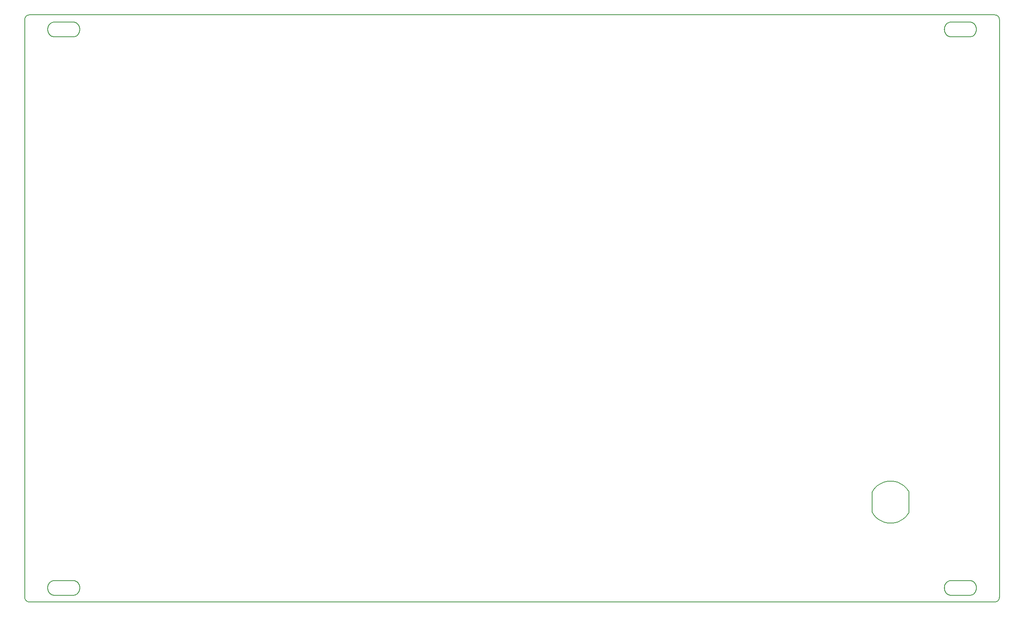
<source format=gbr>
G04 DipTrace 3.3.1.1*
G04 BoardOutline.gbr*
%MOIN*%
G04 #@! TF.FileFunction,Profile*
G04 #@! TF.Part,Single*
%ADD11C,0.005512*%
%FSLAX26Y26*%
G04*
G70*
G90*
G75*
G01*
G04 BoardOutline*
%LPD*%
X-8346457Y1D2*
D11*
X-39370D1*
G03X0Y39371I-1J39371D01*
G01*
Y5019686D1*
G03X-39370Y5059056I-39371J-1D01*
G01*
X-8346457D1*
G03X-8385827Y5019686I1J-39371D01*
G01*
Y39371D1*
G03X-8346457Y1I39371J1D01*
G01*
X-7912293Y121398D2*
X-7912387Y117675D1*
X-7912667Y114007D1*
X-7913127Y110400D1*
X-7913762Y106864D1*
X-7914568Y103402D1*
X-7915538Y100021D1*
X-7916668Y96726D1*
X-7917953Y93524D1*
X-7919386Y90421D1*
X-7920965Y87424D1*
X-7922681Y84538D1*
X-7924531Y81769D1*
X-7926510Y79123D1*
X-7928613Y76608D1*
X-7930833Y74227D1*
X-7933167Y71990D1*
X-7935609Y69899D1*
X-7938154Y67962D1*
X-7940795Y66186D1*
X-7943529Y64576D1*
X-7946350Y63138D1*
X-7949253Y61878D1*
X-7952234Y60803D1*
X-7955285Y59920D1*
X-7958403Y59232D1*
X-7961583Y58748D1*
X-7963734Y58541D1*
X-7965908Y58428D1*
X-8134265D1*
X-8136440Y58541D1*
X-8138591Y58748D1*
X-8141770Y59232D1*
X-8144888Y59920D1*
X-8147941Y60803D1*
X-8150921Y61878D1*
X-8153824Y63138D1*
X-8156646Y64576D1*
X-8159379Y66186D1*
X-8162022Y67962D1*
X-8164566Y69899D1*
X-8167008Y71990D1*
X-8169341Y74227D1*
X-8171562Y76608D1*
X-8173664Y79123D1*
X-8175643Y81769D1*
X-8177495Y84538D1*
X-8179211Y87424D1*
X-8180789Y90421D1*
X-8182222Y93524D1*
X-8183507Y96726D1*
X-8184636Y100021D1*
X-8185606Y103402D1*
X-8186412Y106864D1*
X-8187049Y110400D1*
X-8187508Y114007D1*
X-8188976Y122047D1*
X-8187883Y121398D1*
X-8187789Y125122D1*
X-8187508Y128790D1*
X-8187049Y132395D1*
X-8186412Y135932D1*
X-8185606Y139394D1*
X-8184636Y142776D1*
X-8183507Y146070D1*
X-8182222Y149272D1*
X-8180789Y152374D1*
X-8179211Y155371D1*
X-8177495Y158259D1*
X-8175643Y161028D1*
X-8173664Y163672D1*
X-8171562Y166188D1*
X-8169341Y168568D1*
X-8167008Y170807D1*
X-8164566Y172898D1*
X-8162022Y174833D1*
X-8159379Y176610D1*
X-8156646Y178220D1*
X-8153824Y179657D1*
X-8150921Y180917D1*
X-8147941Y181992D1*
X-8144888Y182877D1*
X-8141770Y183564D1*
X-8138591Y184049D1*
X-8136440Y184256D1*
X-8134265Y184369D1*
X-7965908D1*
X-7963734Y184256D1*
X-7961583Y184049D1*
X-7958403Y183564D1*
X-7955285Y182877D1*
X-7952234Y181992D1*
X-7949253Y180917D1*
X-7946350Y179657D1*
X-7943529Y178220D1*
X-7940795Y176610D1*
X-7938154Y174833D1*
X-7935609Y172898D1*
X-7933167Y170807D1*
X-7930833Y168568D1*
X-7928613Y166188D1*
X-7926510Y163672D1*
X-7924531Y161028D1*
X-7922681Y158259D1*
X-7920965Y155371D1*
X-7919386Y152374D1*
X-7917953Y149272D1*
X-7916668Y146070D1*
X-7915538Y142776D1*
X-7914568Y139394D1*
X-7913762Y135932D1*
X-7913127Y132395D1*
X-7912667Y128790D1*
X-7912387Y125122D1*
X-7912293Y121398D1*
Y4933755D2*
X-7912387Y4930030D1*
X-7912667Y4926362D1*
X-7913127Y4922757D1*
X-7913762Y4919220D1*
X-7914568Y4915759D1*
X-7915538Y4912377D1*
X-7916668Y4909081D1*
X-7917953Y4905881D1*
X-7919386Y4902778D1*
X-7920965Y4899780D1*
X-7922681Y4896894D1*
X-7924531Y4894125D1*
X-7926510Y4891480D1*
X-7928613Y4888963D1*
X-7930833Y4886584D1*
X-7933167Y4884345D1*
X-7935609Y4882255D1*
X-7938154Y4880319D1*
X-7940795Y4878542D1*
X-7943529Y4876932D1*
X-7946350Y4875495D1*
X-7949253Y4874235D1*
X-7952234Y4873160D1*
X-7955285Y4872276D1*
X-7958403Y4871588D1*
X-7961583Y4871104D1*
X-7963734Y4870896D1*
X-7965908Y4870783D1*
X-8134265D1*
X-8136440Y4870896D1*
X-8138591Y4871104D1*
X-8141770Y4871588D1*
X-8144888Y4872276D1*
X-8147941Y4873160D1*
X-8150921Y4874235D1*
X-8153824Y4875495D1*
X-8156646Y4876932D1*
X-8159379Y4878542D1*
X-8162022Y4880319D1*
X-8164566Y4882255D1*
X-8167008Y4884345D1*
X-8169341Y4886584D1*
X-8171562Y4888963D1*
X-8173664Y4891480D1*
X-8175643Y4894125D1*
X-8177495Y4896894D1*
X-8179211Y4899780D1*
X-8180789Y4902778D1*
X-8182222Y4905881D1*
X-8183507Y4909081D1*
X-8184636Y4912377D1*
X-8185606Y4915759D1*
X-8186412Y4919220D1*
X-8187049Y4922757D1*
X-8187508Y4926362D1*
X-8187789Y4930030D1*
X-8187883Y4933755D1*
X-8187789Y4937478D1*
X-8187508Y4941146D1*
X-8187049Y4944751D1*
X-8186412Y4948287D1*
X-8185606Y4951751D1*
X-8184636Y4955131D1*
X-8183507Y4958427D1*
X-8182222Y4961627D1*
X-8180789Y4964731D1*
X-8179211Y4967728D1*
X-8177495Y4970614D1*
X-8175643Y4973383D1*
X-8173664Y4976029D1*
X-8171562Y4978545D1*
X-8169341Y4980924D1*
X-8167008Y4983163D1*
X-8164566Y4985253D1*
X-8162022Y4987190D1*
X-8159379Y4988966D1*
X-8156646Y4990576D1*
X-8153824Y4992014D1*
X-8150921Y4993273D1*
X-8147941Y4994348D1*
X-8144888Y4995232D1*
X-8141770Y4995920D1*
X-8138591Y4996404D1*
X-8136440Y4996612D1*
X-8134265Y4996724D1*
X-7965908D1*
X-7963734Y4996612D1*
X-7961583Y4996404D1*
X-7958403Y4995920D1*
X-7955285Y4995232D1*
X-7952234Y4994348D1*
X-7949253Y4993273D1*
X-7946350Y4992014D1*
X-7943529Y4990576D1*
X-7940795Y4988966D1*
X-7938154Y4987190D1*
X-7935609Y4985253D1*
X-7933167Y4983163D1*
X-7930833Y4980924D1*
X-7928613Y4978545D1*
X-7926510Y4976029D1*
X-7924531Y4973383D1*
X-7922681Y4970614D1*
X-7920965Y4967728D1*
X-7919386Y4964731D1*
X-7917953Y4961627D1*
X-7916668Y4958427D1*
X-7915538Y4955131D1*
X-7914568Y4951751D1*
X-7913762Y4948287D1*
X-7913127Y4944751D1*
X-7912667Y4941146D1*
X-7912387Y4937478D1*
X-7912293Y4933755D1*
X-197883Y121398D2*
X-197978Y117675D1*
X-198257Y114007D1*
X-198718Y110400D1*
X-199353Y106864D1*
X-200159Y103402D1*
X-201129Y100021D1*
X-202259Y96726D1*
X-203543Y93524D1*
X-204976Y90421D1*
X-206555Y87424D1*
X-208272Y84538D1*
X-210122Y81769D1*
X-212101Y79123D1*
X-214203Y76608D1*
X-216424Y74227D1*
X-218757Y71990D1*
X-221199Y69899D1*
X-223744Y67962D1*
X-226386Y66186D1*
X-229119Y64576D1*
X-231941Y63138D1*
X-234844Y61878D1*
X-237824Y60803D1*
X-240875Y59920D1*
X-243993Y59232D1*
X-247173Y58748D1*
X-249324Y58541D1*
X-251499Y58428D1*
X-419856D1*
X-422030Y58541D1*
X-424181Y58748D1*
X-427361Y59232D1*
X-430479Y59920D1*
X-433531Y60803D1*
X-436512Y61878D1*
X-439415Y63138D1*
X-442236Y64576D1*
X-444970Y66186D1*
X-447613Y67962D1*
X-450156Y69899D1*
X-452598Y71990D1*
X-454932Y74227D1*
X-457152Y76608D1*
X-459255Y79123D1*
X-461234Y81769D1*
X-463085Y84538D1*
X-464802Y87424D1*
X-466379Y90421D1*
X-467812Y93524D1*
X-469097Y96726D1*
X-470227Y100021D1*
X-471197Y103402D1*
X-472003Y106864D1*
X-472639Y110400D1*
X-473098Y114007D1*
X-473379Y117675D1*
X-473474Y121398D1*
X-473379Y125122D1*
X-473098Y128790D1*
X-472639Y132395D1*
X-472003Y135932D1*
X-471197Y139394D1*
X-470227Y142776D1*
X-469097Y146070D1*
X-467812Y149272D1*
X-466379Y152374D1*
X-464802Y155371D1*
X-463085Y158259D1*
X-461234Y161028D1*
X-459255Y163672D1*
X-457152Y166188D1*
X-454932Y168568D1*
X-452598Y170807D1*
X-450156Y172898D1*
X-447613Y174833D1*
X-444970Y176610D1*
X-442236Y178220D1*
X-439415Y179657D1*
X-436512Y180917D1*
X-433531Y181992D1*
X-430479Y182877D1*
X-427361Y183564D1*
X-424181Y184049D1*
X-422030Y184256D1*
X-419856Y184369D1*
X-251499D1*
X-249324Y184256D1*
X-247173Y184049D1*
X-243993Y183564D1*
X-240875Y182877D1*
X-237824Y181992D1*
X-234844Y180917D1*
X-231941Y179657D1*
X-229119Y178220D1*
X-226386Y176610D1*
X-223744Y174833D1*
X-221199Y172898D1*
X-218757Y170807D1*
X-216424Y168568D1*
X-214203Y166188D1*
X-212101Y163672D1*
X-210122Y161028D1*
X-208272Y158259D1*
X-206555Y155371D1*
X-204976Y152374D1*
X-203543Y149272D1*
X-202259Y146070D1*
X-201129Y142776D1*
X-200159Y139394D1*
X-199353Y135932D1*
X-198718Y132395D1*
X-198257Y128790D1*
X-197978Y125122D1*
X-197883Y121398D1*
Y4933755D2*
X-197978Y4930030D1*
X-198257Y4926362D1*
X-198718Y4922757D1*
X-199353Y4919220D1*
X-200159Y4915759D1*
X-201129Y4912377D1*
X-202259Y4909081D1*
X-203543Y4905881D1*
X-204976Y4902778D1*
X-206555Y4899780D1*
X-208272Y4896894D1*
X-210122Y4894125D1*
X-212101Y4891480D1*
X-214203Y4888963D1*
X-216424Y4886584D1*
X-218757Y4884345D1*
X-221199Y4882255D1*
X-223744Y4880319D1*
X-226386Y4878542D1*
X-229119Y4876932D1*
X-231941Y4875495D1*
X-234844Y4874235D1*
X-237824Y4873160D1*
X-240875Y4872276D1*
X-243993Y4871588D1*
X-247173Y4871104D1*
X-249324Y4870896D1*
X-251499Y4870783D1*
X-419856D1*
X-422030Y4870896D1*
X-424181Y4871104D1*
X-427361Y4871588D1*
X-430479Y4872276D1*
X-433531Y4873160D1*
X-436512Y4874235D1*
X-439415Y4875495D1*
X-442236Y4876932D1*
X-444970Y4878542D1*
X-447613Y4880319D1*
X-450156Y4882255D1*
X-452598Y4884345D1*
X-454932Y4886584D1*
X-457152Y4888963D1*
X-459255Y4891480D1*
X-461234Y4894125D1*
X-463085Y4896894D1*
X-464802Y4899780D1*
X-466379Y4902778D1*
X-467812Y4905881D1*
X-469097Y4909081D1*
X-470227Y4912377D1*
X-471197Y4915759D1*
X-472003Y4919220D1*
X-472639Y4922757D1*
X-473098Y4926362D1*
X-473379Y4930030D1*
X-473474Y4933755D1*
X-473379Y4937478D1*
X-473098Y4941146D1*
X-472639Y4944751D1*
X-472003Y4948287D1*
X-471197Y4951751D1*
X-470227Y4955131D1*
X-469097Y4958427D1*
X-467812Y4961627D1*
X-466379Y4964731D1*
X-464802Y4967728D1*
X-463085Y4970614D1*
X-461234Y4973383D1*
X-459255Y4976029D1*
X-457152Y4978545D1*
X-454932Y4980924D1*
X-452598Y4983163D1*
X-450156Y4985253D1*
X-447613Y4987190D1*
X-444970Y4988966D1*
X-442236Y4990576D1*
X-439415Y4992014D1*
X-436512Y4993273D1*
X-433531Y4994348D1*
X-430479Y4995232D1*
X-427361Y4995920D1*
X-424181Y4996404D1*
X-422030Y4996612D1*
X-419856Y4996724D1*
X-251499D1*
X-249324Y4996612D1*
X-247173Y4996404D1*
X-243993Y4995920D1*
X-240875Y4995232D1*
X-237824Y4994348D1*
X-234844Y4993273D1*
X-231941Y4992014D1*
X-229119Y4990576D1*
X-226386Y4988966D1*
X-223744Y4987190D1*
X-221199Y4985253D1*
X-218757Y4983163D1*
X-216424Y4980924D1*
X-214203Y4978545D1*
X-212101Y4976029D1*
X-210122Y4973383D1*
X-208272Y4970614D1*
X-206555Y4967728D1*
X-204976Y4964731D1*
X-203543Y4961627D1*
X-202259Y4958427D1*
X-201129Y4955131D1*
X-200159Y4951751D1*
X-199353Y4948287D1*
X-198718Y4944751D1*
X-198257Y4941146D1*
X-197978Y4937478D1*
X-197883Y4933755D1*
X-936315Y679783D2*
X-943720Y679902D1*
X-951051Y680374D1*
X-958307Y681083D1*
X-965488Y682087D1*
X-972520Y683386D1*
X-979551Y684921D1*
X-986358Y686752D1*
X-993165Y688878D1*
X-999823Y691181D1*
X-1006331Y693780D1*
X-1012689Y696614D1*
X-1018972Y699685D1*
X-1025106Y702992D1*
X-1031091Y706535D1*
X-1036925Y710256D1*
X-1042610Y714213D1*
X-1048071Y718406D1*
X-1053457Y722776D1*
X-1058618Y727323D1*
X-1063630Y732047D1*
X-1068417Y737008D1*
X-1073055Y742146D1*
X-1077469Y747461D1*
X-1081732Y752894D1*
X-1085697Y758504D1*
X-1089512Y764291D1*
X-1093102Y770256D1*
X-1095421Y774272D1*
X-1095795Y774980D1*
Y946713D1*
X-1093102Y951496D1*
X-1089512Y957402D1*
X-1085697Y963189D1*
X-1081732Y968858D1*
X-1077469Y974291D1*
X-1073055Y979606D1*
X-1068417Y984744D1*
X-1063630Y989646D1*
X-1058618Y994429D1*
X-1053457Y998976D1*
X-1048071Y1003346D1*
X-1042610Y1007539D1*
X-1036925Y1011496D1*
X-1031091Y1015217D1*
X-1025106Y1018760D1*
X-1018972Y1022067D1*
X-1012689Y1025138D1*
X-1006331Y1027913D1*
X-999823Y1030512D1*
X-993165Y1032874D1*
X-986358Y1034941D1*
X-979551Y1036772D1*
X-972520Y1038366D1*
X-965488Y1039606D1*
X-958307Y1040669D1*
X-951051Y1041378D1*
X-943720Y1041791D1*
X-936315Y1041969D1*
X-928909Y1041791D1*
X-921579Y1041378D1*
X-914323Y1040669D1*
X-907142Y1039606D1*
X-900110Y1038366D1*
X-893154Y1036772D1*
X-886272Y1034941D1*
X-879465Y1032874D1*
X-872882Y1030512D1*
X-866299Y1027913D1*
X-859941Y1025138D1*
X-853657Y1022067D1*
X-847524Y1018760D1*
X-841539Y1015217D1*
X-835705Y1011496D1*
X-830094Y1007539D1*
X-824559Y1003346D1*
X-819173Y998976D1*
X-814012Y994429D1*
X-809000Y989646D1*
X-804213Y984744D1*
X-799575Y979606D1*
X-795161Y974291D1*
X-790898Y968858D1*
X-786933Y963189D1*
X-783118Y957402D1*
X-779528Y951496D1*
X-777209Y947421D1*
X-776835Y946713D1*
Y774980D1*
X-779528Y770256D1*
X-783118Y764291D1*
X-786933Y758504D1*
X-790898Y752894D1*
X-795161Y747461D1*
X-799575Y742146D1*
X-804213Y737008D1*
X-809000Y732047D1*
X-814012Y727323D1*
X-819173Y722776D1*
X-824559Y718406D1*
X-830094Y714213D1*
X-835705Y710256D1*
X-841539Y706535D1*
X-847524Y702992D1*
X-853657Y699685D1*
X-859941Y696614D1*
X-866299Y693780D1*
X-872882Y691181D1*
X-879465Y688878D1*
X-886272Y686752D1*
X-893154Y684921D1*
X-900110Y683386D1*
X-907142Y682087D1*
X-914323Y681083D1*
X-921579Y680374D1*
X-928909Y679902D1*
X-936315Y679783D1*
M02*

</source>
